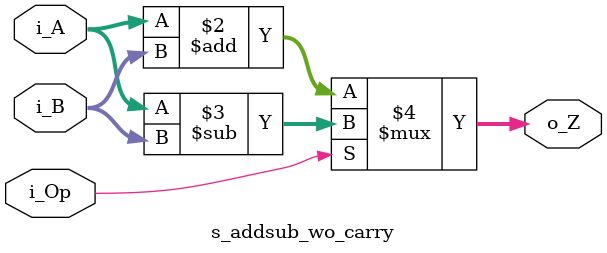
<source format=v>
module s_addsub_wo_carry #(
    parameter N = 4
)(
    input signed [N-1:0] i_A,
    input signed [N-1:0] i_B,
    input i_Op,
    output [N-1:0] o_Z
);

assign o_Z = (i_Op == 0) ? (i_A + i_B) : (i_A - i_B);

endmodule
</source>
